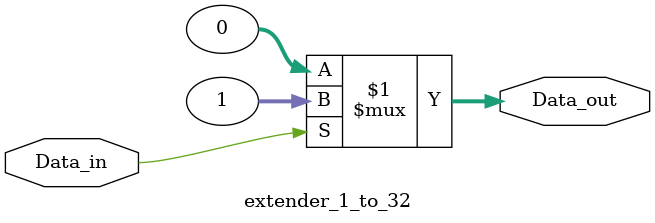
<source format=v>
module extender_1_to_32(
    input wire Data_in,
    output reg [31:0] Data_out
);

    assign Data_out = (Data_in) ? 32'b1 : 32'b0;

endmodule
</source>
